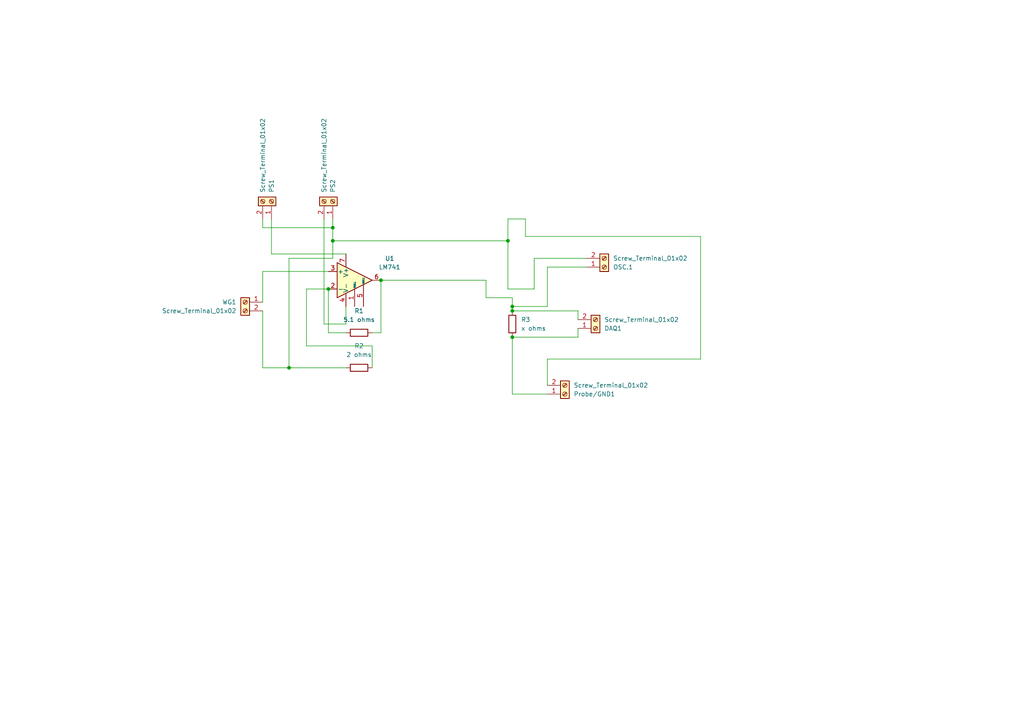
<source format=kicad_sch>
(kicad_sch (version 20231120) (generator "eeschema") (generator_version "8.0")
  (paper "A4")
  (lib_symbols
    (symbol "Amplifier_Operational:LM741" (pin_names (offset 0.127))
      (property "Reference" "U" (at 0 6.35 0))
      (property "Value" "LM741" (at 0 3.81 0))
      (symbol "LM741_0_1"
        (polyline (pts (xy -5.08 5.08) (xy 5.08 0) (xy -5.08 -5.08) (xy -5.08 5.08)) (stroke (width 0.254)) (fill (type background)))
      )
      (symbol "LM741_1_1"
        (pin input line (at 0 -7.62 90) (length 5.08) (name "NULL") (number "1"))
        (pin input line (at -7.62 -2.54 0) (length 2.54) (name "-") (number "2"))
        (pin input line (at -7.62 2.54 0) (length 2.54) (name "+") (number "3"))
        (pin power_in line (at -2.54 -7.62 90) (length 3.81) (name "V-") (number "4"))
        (pin input line (at 2.54 -7.62 90) (length 6.35) (name "NULL") (number "5"))
        (pin output line (at 7.62 0 180) (length 2.54) (name "~") (number "6"))
        (pin power_in line (at -2.54 7.62 270) (length 3.81) (name "V+") (number "7"))
        (pin no_connect line (at 0 2.54 270) (length 2.54) hide (name "NC") (number "8"))
      )
    )
    (symbol "Connector:Screw_Terminal_01x02" (pin_names (offset 1.016) hide)
      (property "Reference" "J" (at 0 2.54 0))
      (property "Value" "Screw_Terminal_01x02" (at 0 -5.08 0))
      (symbol "Screw_Terminal_01x02_1_1"
        (rectangle (start -1.27 1.27) (end 1.27 -3.81) (stroke (width 0.254)) (fill (type background)))
        (circle (center 0 -2.54) (radius 0.635) (stroke (width 0.1524)))
        (polyline (pts (xy -0.5334 -2.2098) (xy 0.3302 -3.048)) (stroke (width 0.1524)))
        (polyline (pts (xy -0.5334 0.3302) (xy 0.3302 -0.508)) (stroke (width 0.1524)))
        (polyline (pts (xy -0.3556 -2.032) (xy 0.508 -2.8702)) (stroke (width 0.1524)))
        (polyline (pts (xy -0.3556 0.508) (xy 0.508 -0.3302)) (stroke (width 0.1524)))
        (circle (center 0 0) (radius 0.635) (stroke (width 0.1524)))
        (pin passive line (at -5.08 0 0) (length 3.81) (name "Pin_1") (number "1"))
        (pin passive line (at -5.08 -2.54 0) (length 3.81) (name "Pin_2") (number "2"))
      )
    )
    (symbol "Device:R" (pin_numbers hide) (pin_names (offset 0))
      (property "Reference" "R" (at 2.032 0 90))
      (property "Value" "R" (at 0 0 90))
      (symbol "R_0_1"
        (rectangle (start -1.016 -2.54) (end 1.016 2.54) (stroke (width 0.254)))
      )
      (symbol "R_1_1"
        (pin passive line (at 0 3.81 270) (length 1.27) (name "~") (number "1"))
        (pin passive line (at 0 -3.81 90) (length 1.27) (name "~") (number "2"))
      )
    )
  )
  (junction (at 96.52 69.85))
  (junction (at 148.59 90.17))
  (junction (at 147.32 69.85))
  (junction (at 148.59 88.9))
  (junction (at 110.49 81.28))
  (junction (at 83.82 106.68))
  (junction (at 96.52 66.04))
  (junction (at 148.59 97.79))
  (junction (at 95.25 83.82))
  (wire (pts (xy 107.95 96.52) (xy 110.49 96.52)))
  (wire (pts (xy 140.97 86.36) (xy 148.59 86.36)))
  (wire (pts (xy 154.94 83.82) (xy 154.94 74.93)))
  (wire (pts (xy 76.2 106.68) (xy 83.82 106.68)))
  (wire (pts (xy 148.59 97.79) (xy 167.64 97.79)))
  (wire (pts (xy 88.9 100.33) (xy 88.9 83.82)))
  (wire (pts (xy 95.25 96.52) (xy 100.33 96.52)))
  (wire (pts (xy 95.25 83.82) (xy 95.25 96.52)))
  (wire (pts (xy 148.59 90.17) (xy 167.64 90.17)))
  (wire (pts (xy 83.82 74.93) (xy 83.82 106.68)))
  (wire (pts (xy 147.32 83.82) (xy 147.32 69.85)))
  (wire (pts (xy 152.4 68.58) (xy 152.4 63.5)))
  (wire (pts (xy 158.75 104.14) (xy 203.2 104.14)))
  (wire (pts (xy 158.75 77.47) (xy 158.75 88.9)))
  (wire (pts (xy 76.2 90.17) (xy 76.2 106.68)))
  (wire (pts (xy 148.59 114.3) (xy 158.75 114.3)))
  (wire (pts (xy 167.64 97.79) (xy 167.64 95.25)))
  (wire (pts (xy 96.52 74.93) (xy 83.82 74.93)))
  (wire (pts (xy 152.4 63.5) (xy 147.32 63.5)))
  (wire (pts (xy 78.74 63.5) (xy 78.74 73.66)))
  (wire (pts (xy 147.32 69.85) (xy 96.52 69.85)))
  (wire (pts (xy 93.98 63.5) (xy 93.98 93.98)))
  (wire (pts (xy 110.49 81.28) (xy 140.97 81.28)))
  (wire (pts (xy 158.75 88.9) (xy 148.59 88.9)))
  (wire (pts (xy 93.98 93.98) (xy 100.33 93.98)))
  (wire (pts (xy 110.49 96.52) (xy 110.49 81.28)))
  (wire (pts (xy 88.9 83.82) (xy 95.25 83.82)))
  (wire (pts (xy 107.95 106.68) (xy 107.95 100.33)))
  (wire (pts (xy 107.95 100.33) (xy 88.9 100.33)))
  (wire (pts (xy 76.2 63.5) (xy 76.2 66.04)))
  (wire (pts (xy 154.94 74.93) (xy 170.18 74.93)))
  (wire (pts (xy 83.82 106.68) (xy 100.33 106.68)))
  (wire (pts (xy 147.32 83.82) (xy 154.94 83.82)))
  (wire (pts (xy 148.59 88.9) (xy 148.59 90.17)))
  (wire (pts (xy 158.75 111.76) (xy 158.75 104.14)))
  (wire (pts (xy 170.18 77.47) (xy 158.75 77.47)))
  (wire (pts (xy 140.97 81.28) (xy 140.97 86.36)))
  (wire (pts (xy 96.52 69.85) (xy 96.52 74.93)))
  (wire (pts (xy 100.33 88.9) (xy 100.33 93.98)))
  (wire (pts (xy 203.2 68.58) (xy 152.4 68.58)))
  (wire (pts (xy 76.2 78.74) (xy 95.25 78.74)))
  (wire (pts (xy 76.2 78.74) (xy 76.2 87.63)))
  (wire (pts (xy 96.52 66.04) (xy 96.52 69.85)))
  (wire (pts (xy 148.59 86.36) (xy 148.59 88.9)))
  (wire (pts (xy 203.2 104.14) (xy 203.2 68.58)))
  (wire (pts (xy 147.32 63.5) (xy 147.32 69.85)))
  (wire (pts (xy 148.59 97.79) (xy 148.59 114.3)))
  (wire (pts (xy 96.52 63.5) (xy 96.52 66.04)))
  (wire (pts (xy 167.64 90.17) (xy 167.64 92.71)))
  (wire (pts (xy 78.74 73.66) (xy 100.33 73.66)))
  (wire (pts (xy 76.2 66.04) (xy 96.52 66.04)))
  (symbol (lib_id "Device:R") (at 148.59 93.98 0) (unit 1)
    (property "Reference" "R3" (at 151.13 92.7099 0) (effects (justify left)))
    (property "Value" "x ohms" (at 151.13 95.2499 0) (effects (justify left)))
    (property "Footprint" "Resistor_THT:R_Axial_DIN0207_L6.3mm_D2.5mm_P7.62mm_Horizontal" (effects (hide yes)))
    (property "Description" "Resistor" (effects (hide yes)))
  )
  (symbol (lib_id "Connector:Screw_Terminal_01x02") (at 71.12 87.63 0) (mirror y) (unit 1)
    (property "Reference" "WG1" (at 68.58 87.6299 0) (effects (justify left)))
    (property "Value" "Screw_Terminal_01x02" (at 68.58 90.1699 0) (effects (justify left)))
    (property "Footprint" "TerminalBlock_Phoenix:TerminalBlock_Phoenix_MPT-0,5-2-2.54_1x02_P2.54mm_Horizontal" (effects (hide yes)))
    (property "Description" "Generic screw terminal, single row, 01x02, script generated (kicad-library-utils/schlib/autogen/connector/)" (effects (hide yes)))
  )
  (symbol (lib_id "Connector:Screw_Terminal_01x02") (at 78.74 58.42 270) (mirror x) (unit 1)
    (property "Reference" "PS1" (at 78.7401 55.88 0) (effects (justify left)))
    (property "Value" "Screw_Terminal_01x02" (at 76.2001 55.88 0) (effects (justify left)))
    (property "Footprint" "TerminalBlock_Phoenix:TerminalBlock_Phoenix_MPT-0,5-2-2.54_1x02_P2.54mm_Horizontal" (effects (hide yes)))
    (property "Description" "Generic screw terminal, single row, 01x02, script generated (kicad-library-utils/schlib/autogen/connector/)" (effects (hide yes)))
  )
  (symbol (lib_id "Amplifier_Operational:LM741") (at 102.87 81.28 0) (unit 1)
    (property "Reference" "U1" (at 113.03 74.9614 0))
    (property "Value" "LM741" (at 113.03 77.5014 0))
    (property "Footprint" "LM741CN_NOPB:DIP794W45P254L959H508Q8" (effects (hide yes)))
    (property "Datasheet" "http://www.ti.com/lit/ds/symlink/lm741.pdf" (effects (hide yes)))
    (property "Description" "Operational Amplifier, DIP-8/TO-99-8" (effects (hide yes)))
  )
  (symbol (lib_id "Connector:Screw_Terminal_01x02") (at 172.72 95.25 0) (mirror x) (unit 1)
    (property "Reference" "DAQ1" (at 175.26 95.2501 0) (effects (justify left)))
    (property "Value" "Screw_Terminal_01x02" (at 175.26 92.7101 0) (effects (justify left)))
    (property "Footprint" "TerminalBlock_Phoenix:TerminalBlock_Phoenix_MPT-0,5-2-2.54_1x02_P2.54mm_Horizontal" (effects (hide yes)))
    (property "Description" "Generic screw terminal, single row, 01x02, script generated (kicad-library-utils/schlib/autogen/connector/)" (effects (hide yes)))
  )
  (symbol (lib_id "Connector:Screw_Terminal_01x02") (at 175.26 77.47 0) (mirror x) (unit 1)
    (property "Reference" "OSC.1" (at 177.8 77.4701 0) (effects (justify left)))
    (property "Value" "Screw_Terminal_01x02" (at 177.8 74.9301 0) (effects (justify left)))
    (property "Footprint" "TerminalBlock_Phoenix:TerminalBlock_Phoenix_MPT-0,5-2-2.54_1x02_P2.54mm_Horizontal" (effects (hide yes)))
    (property "Description" "Generic screw terminal, single row, 01x02, script generated (kicad-library-utils/schlib/autogen/connector/)" (effects (hide yes)))
  )
  (symbol (lib_id "Connector:Screw_Terminal_01x02") (at 96.52 58.42 270) (mirror x) (unit 1)
    (property "Reference" "PS2" (at 96.5201 55.88 0) (effects (justify left)))
    (property "Value" "Screw_Terminal_01x02" (at 93.9801 55.88 0) (effects (justify left)))
    (property "Footprint" "TerminalBlock_Phoenix:TerminalBlock_Phoenix_MPT-0,5-2-2.54_1x02_P2.54mm_Horizontal" (effects (hide yes)))
    (property "Description" "Generic screw terminal, single row, 01x02, script generated (kicad-library-utils/schlib/autogen/connector/)" (effects (hide yes)))
  )
  (symbol (lib_id "Device:R") (at 104.14 96.52 90) (unit 1)
    (property "Reference" "R1" (at 104.14 90.17 90))
    (property "Value" "5.1 ohms" (at 104.14 92.71 90))
    (property "Footprint" "Resistor_THT:R_Axial_DIN0207_L6.3mm_D2.5mm_P7.62mm_Horizontal" (effects (hide yes)))
    (property "Description" "Resistor" (effects (hide yes)))
  )
  (symbol (lib_id "Connector:Screw_Terminal_01x02") (at 163.83 114.3 0) (mirror x) (unit 1)
    (property "Reference" "Probe/GND1" (at 166.37 114.3001 0) (effects (justify left)))
    (property "Value" "Screw_Terminal_01x02" (at 166.37 111.7601 0) (effects (justify left)))
    (property "Footprint" "TerminalBlock_Phoenix:TerminalBlock_Phoenix_MPT-0,5-2-2.54_1x02_P2.54mm_Horizontal" (effects (hide yes)))
    (property "Description" "Generic screw terminal, single row, 01x02, script generated (kicad-library-utils/schlib/autogen/connector/)" (effects (hide yes)))
  )
  (symbol (lib_id "Device:R") (at 104.14 106.68 90) (unit 1)
    (property "Reference" "R2" (at 104.14 100.33 90))
    (property "Value" "2 ohms" (at 104.14 102.87 90))
    (property "Footprint" "Resistor_THT:R_Axial_DIN0207_L6.3mm_D2.5mm_P7.62mm_Horizontal" (effects (hide yes)))
    (property "Description" "Resistor" (effects (hide yes)))
  )
)
</source>
